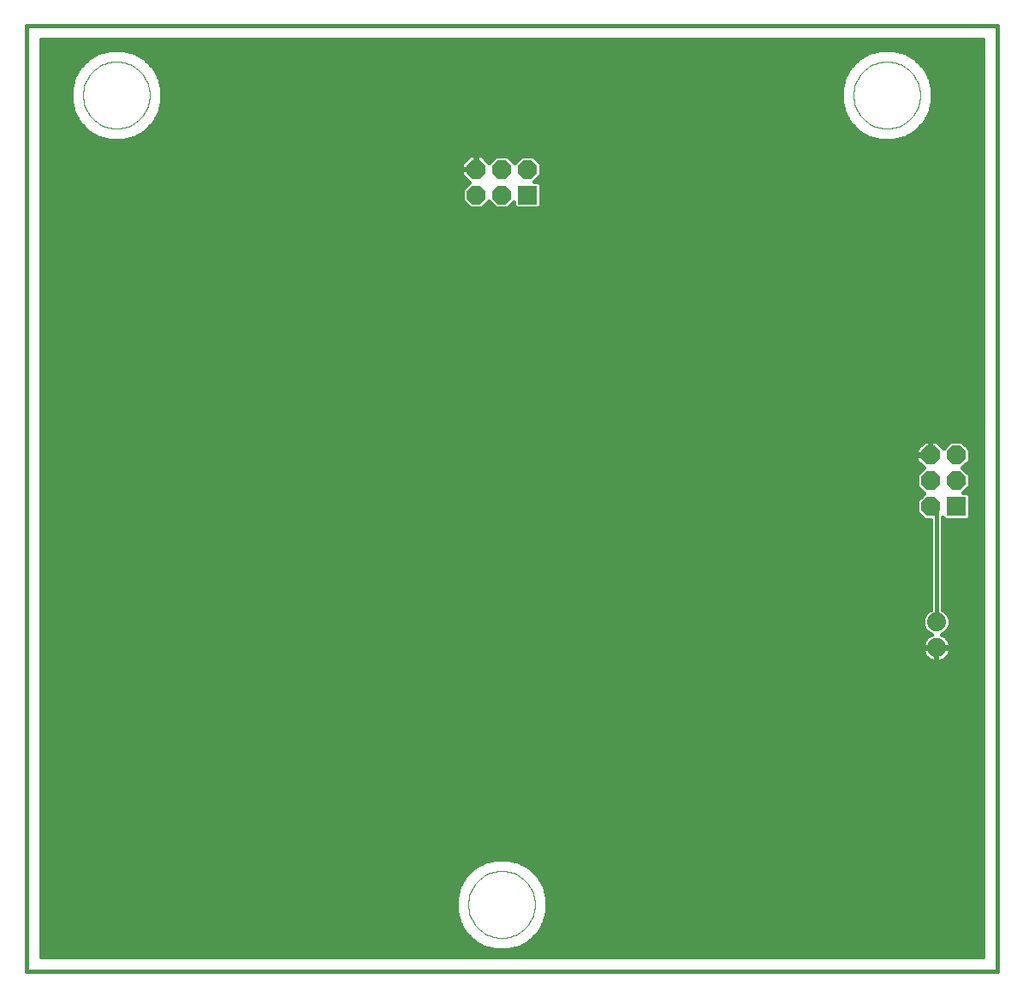
<source format=gtl>
G75*
%MOIN*%
%OFA0B0*%
%FSLAX24Y24*%
%IPPOS*%
%LPD*%
%AMOC8*
5,1,8,0,0,1.08239X$1,22.5*
%
%ADD10C,0.0160*%
%ADD11C,0.0000*%
%ADD12R,0.0740X0.0740*%
%ADD13OC8,0.0740*%
%ADD14C,0.0740*%
%ADD15C,0.0475*%
D10*
X000574Y000377D02*
X000574Y037188D01*
X038369Y037188D01*
X038369Y000377D01*
X000574Y000377D01*
X001134Y000937D02*
X001134Y036628D01*
X037809Y036628D01*
X037809Y000937D01*
X001134Y000937D01*
X001134Y001095D02*
X037809Y001095D01*
X037809Y001254D02*
X019527Y001254D01*
X019312Y001196D02*
X019764Y001317D01*
X020170Y001552D01*
X020501Y001883D01*
X020736Y002289D01*
X020857Y002741D01*
X020857Y003210D01*
X020736Y003662D01*
X020501Y004068D01*
X020170Y004399D01*
X019764Y004633D01*
X019312Y004754D01*
X018843Y004754D01*
X018391Y004633D01*
X017985Y004399D01*
X017654Y004068D01*
X017420Y003662D01*
X017298Y003210D01*
X017298Y002741D01*
X017420Y002289D01*
X017654Y001883D01*
X017985Y001552D01*
X018391Y001317D01*
X018843Y001196D01*
X019312Y001196D01*
X019929Y001412D02*
X037809Y001412D01*
X037809Y001571D02*
X020189Y001571D01*
X020348Y001729D02*
X037809Y001729D01*
X037809Y001888D02*
X020504Y001888D01*
X020596Y002046D02*
X037809Y002046D01*
X037809Y002205D02*
X020687Y002205D01*
X020756Y002363D02*
X037809Y002363D01*
X037809Y002522D02*
X020798Y002522D01*
X020841Y002680D02*
X037809Y002680D01*
X037809Y002839D02*
X020857Y002839D01*
X020857Y002997D02*
X037809Y002997D01*
X037809Y003156D02*
X020857Y003156D01*
X020829Y003314D02*
X037809Y003314D01*
X037809Y003473D02*
X020786Y003473D01*
X020744Y003631D02*
X037809Y003631D01*
X037809Y003790D02*
X020662Y003790D01*
X020570Y003948D02*
X037809Y003948D01*
X037809Y004107D02*
X020462Y004107D01*
X020304Y004265D02*
X037809Y004265D01*
X037809Y004424D02*
X020127Y004424D01*
X019853Y004582D02*
X037809Y004582D01*
X037809Y004741D02*
X019363Y004741D01*
X018792Y004741D02*
X001134Y004741D01*
X001134Y004899D02*
X037809Y004899D01*
X037809Y005058D02*
X001134Y005058D01*
X001134Y005216D02*
X037809Y005216D01*
X037809Y005375D02*
X001134Y005375D01*
X001134Y005533D02*
X037809Y005533D01*
X037809Y005692D02*
X001134Y005692D01*
X001134Y005850D02*
X037809Y005850D01*
X037809Y006009D02*
X001134Y006009D01*
X001134Y006167D02*
X037809Y006167D01*
X037809Y006326D02*
X001134Y006326D01*
X001134Y006484D02*
X037809Y006484D01*
X037809Y006643D02*
X001134Y006643D01*
X001134Y006801D02*
X037809Y006801D01*
X037809Y006960D02*
X001134Y006960D01*
X001134Y007118D02*
X037809Y007118D01*
X037809Y007277D02*
X001134Y007277D01*
X001134Y007435D02*
X037809Y007435D01*
X037809Y007594D02*
X001134Y007594D01*
X001134Y007752D02*
X037809Y007752D01*
X037809Y007911D02*
X001134Y007911D01*
X001134Y008069D02*
X037809Y008069D01*
X037809Y008228D02*
X001134Y008228D01*
X001134Y008386D02*
X037809Y008386D01*
X037809Y008545D02*
X001134Y008545D01*
X001134Y008703D02*
X037809Y008703D01*
X037809Y008862D02*
X001134Y008862D01*
X001134Y009020D02*
X037809Y009020D01*
X037809Y009179D02*
X001134Y009179D01*
X001134Y009337D02*
X037809Y009337D01*
X037809Y009496D02*
X001134Y009496D01*
X001134Y009654D02*
X037809Y009654D01*
X037809Y009813D02*
X001134Y009813D01*
X001134Y009971D02*
X037809Y009971D01*
X037809Y010130D02*
X001134Y010130D01*
X001134Y010288D02*
X037809Y010288D01*
X037809Y010447D02*
X001134Y010447D01*
X001134Y010605D02*
X037809Y010605D01*
X037809Y010764D02*
X001134Y010764D01*
X001134Y010922D02*
X037809Y010922D01*
X037809Y011081D02*
X001134Y011081D01*
X001134Y011239D02*
X037809Y011239D01*
X037809Y011398D02*
X001134Y011398D01*
X001134Y011556D02*
X037809Y011556D01*
X037809Y011715D02*
X001134Y011715D01*
X001134Y011873D02*
X037809Y011873D01*
X037809Y012032D02*
X001134Y012032D01*
X001134Y012190D02*
X037809Y012190D01*
X037809Y012349D02*
X001134Y012349D01*
X001134Y012507D02*
X035715Y012507D01*
X035719Y012505D02*
X035796Y012466D01*
X035878Y012439D01*
X035963Y012425D01*
X035987Y012425D01*
X035987Y012955D01*
X036027Y012955D01*
X036027Y012995D01*
X036557Y012995D01*
X036557Y013019D01*
X036543Y013104D01*
X036516Y013186D01*
X036477Y013264D01*
X036426Y013334D01*
X036365Y013395D01*
X036295Y013446D01*
X036218Y013485D01*
X036212Y013487D01*
X036307Y013526D01*
X036456Y013675D01*
X036537Y013870D01*
X036537Y014081D01*
X036456Y014275D01*
X036307Y014425D01*
X036247Y014450D01*
X036247Y018029D01*
X036334Y017941D01*
X037207Y017941D01*
X037301Y018035D01*
X037301Y018908D01*
X037207Y019001D01*
X037050Y019001D01*
X037301Y019252D01*
X037301Y019691D01*
X037020Y019971D01*
X037301Y020252D01*
X037301Y020691D01*
X036990Y021001D01*
X036551Y021001D01*
X036285Y020735D01*
X035998Y021021D01*
X035791Y021021D01*
X035791Y020491D01*
X035751Y020491D01*
X035751Y020451D01*
X035221Y020451D01*
X035221Y020244D01*
X035507Y019957D01*
X035241Y019691D01*
X035241Y019252D01*
X035521Y018971D01*
X035241Y018691D01*
X035241Y018252D01*
X035551Y017941D01*
X035767Y017941D01*
X035767Y014450D01*
X035707Y014425D01*
X035557Y014275D01*
X035477Y014081D01*
X035477Y013870D01*
X035557Y013675D01*
X035707Y013526D01*
X035801Y013487D01*
X035796Y013485D01*
X035719Y013446D01*
X035648Y013395D01*
X035587Y013334D01*
X035536Y013264D01*
X035497Y013186D01*
X035470Y013104D01*
X035457Y013019D01*
X035457Y012995D01*
X035987Y012995D01*
X035987Y012955D01*
X035457Y012955D01*
X035457Y012932D01*
X035470Y012846D01*
X035497Y012764D01*
X035536Y012687D01*
X035587Y012617D01*
X035648Y012556D01*
X035719Y012505D01*
X035552Y012666D02*
X001134Y012666D01*
X001134Y012824D02*
X035478Y012824D01*
X035482Y013141D02*
X001134Y013141D01*
X001134Y012983D02*
X035987Y012983D01*
X036027Y012983D02*
X037809Y012983D01*
X037809Y013141D02*
X036531Y013141D01*
X036451Y013300D02*
X037809Y013300D01*
X037809Y013458D02*
X036270Y013458D01*
X036398Y013617D02*
X037809Y013617D01*
X037809Y013775D02*
X036498Y013775D01*
X036537Y013934D02*
X037809Y013934D01*
X037809Y014092D02*
X036532Y014092D01*
X036466Y014251D02*
X037809Y014251D01*
X037809Y014409D02*
X036322Y014409D01*
X036247Y014568D02*
X037809Y014568D01*
X037809Y014726D02*
X036247Y014726D01*
X036247Y014885D02*
X037809Y014885D01*
X037809Y015043D02*
X036247Y015043D01*
X036247Y015202D02*
X037809Y015202D01*
X037809Y015360D02*
X036247Y015360D01*
X036247Y015519D02*
X037809Y015519D01*
X037809Y015677D02*
X036247Y015677D01*
X036247Y015836D02*
X037809Y015836D01*
X037809Y015994D02*
X036247Y015994D01*
X036247Y016153D02*
X037809Y016153D01*
X037809Y016311D02*
X036247Y016311D01*
X036247Y016470D02*
X037809Y016470D01*
X037809Y016628D02*
X036247Y016628D01*
X036247Y016787D02*
X037809Y016787D01*
X037809Y016945D02*
X036247Y016945D01*
X036247Y017104D02*
X037809Y017104D01*
X037809Y017262D02*
X036247Y017262D01*
X036247Y017421D02*
X037809Y017421D01*
X037809Y017579D02*
X036247Y017579D01*
X036247Y017738D02*
X037809Y017738D01*
X037809Y017896D02*
X036247Y017896D01*
X036007Y018235D02*
X035771Y018471D01*
X036007Y018235D02*
X036007Y013975D01*
X035516Y013775D02*
X001134Y013775D01*
X001134Y013617D02*
X035616Y013617D01*
X035743Y013458D02*
X001134Y013458D01*
X001134Y013300D02*
X035563Y013300D01*
X036027Y012955D02*
X036027Y012425D01*
X036050Y012425D01*
X036136Y012439D01*
X036218Y012466D01*
X036295Y012505D01*
X036365Y012556D01*
X036426Y012617D01*
X036477Y012687D01*
X036516Y012764D01*
X036543Y012846D01*
X036557Y012932D01*
X036557Y012955D01*
X036027Y012955D01*
X036027Y012824D02*
X035987Y012824D01*
X035987Y012666D02*
X036027Y012666D01*
X036027Y012507D02*
X035987Y012507D01*
X036298Y012507D02*
X037809Y012507D01*
X037809Y012666D02*
X036462Y012666D01*
X036536Y012824D02*
X037809Y012824D01*
X035477Y013934D02*
X001134Y013934D01*
X001134Y014092D02*
X035482Y014092D01*
X035547Y014251D02*
X001134Y014251D01*
X001134Y014409D02*
X035691Y014409D01*
X035767Y014568D02*
X001134Y014568D01*
X001134Y014726D02*
X035767Y014726D01*
X035767Y014885D02*
X001134Y014885D01*
X001134Y015043D02*
X035767Y015043D01*
X035767Y015202D02*
X001134Y015202D01*
X001134Y015360D02*
X035767Y015360D01*
X035767Y015519D02*
X001134Y015519D01*
X001134Y015677D02*
X035767Y015677D01*
X035767Y015836D02*
X001134Y015836D01*
X001134Y015994D02*
X035767Y015994D01*
X035767Y016153D02*
X001134Y016153D01*
X001134Y016311D02*
X035767Y016311D01*
X035767Y016470D02*
X001134Y016470D01*
X001134Y016628D02*
X035767Y016628D01*
X035767Y016787D02*
X001134Y016787D01*
X001134Y016945D02*
X035767Y016945D01*
X035767Y017104D02*
X001134Y017104D01*
X001134Y017262D02*
X035767Y017262D01*
X035767Y017421D02*
X001134Y017421D01*
X001134Y017579D02*
X035767Y017579D01*
X035767Y017738D02*
X001134Y017738D01*
X001134Y017896D02*
X035767Y017896D01*
X035438Y018055D02*
X001134Y018055D01*
X001134Y018213D02*
X035279Y018213D01*
X035241Y018372D02*
X001134Y018372D01*
X001134Y018530D02*
X035241Y018530D01*
X035241Y018689D02*
X001134Y018689D01*
X001134Y018847D02*
X035397Y018847D01*
X035487Y019006D02*
X001134Y019006D01*
X001134Y019164D02*
X035328Y019164D01*
X035241Y019323D02*
X001134Y019323D01*
X001134Y019481D02*
X035241Y019481D01*
X035241Y019640D02*
X001134Y019640D01*
X001134Y019798D02*
X035348Y019798D01*
X035507Y019957D02*
X001134Y019957D01*
X001134Y020115D02*
X035349Y020115D01*
X035221Y020274D02*
X001134Y020274D01*
X001134Y020432D02*
X035221Y020432D01*
X035221Y020491D02*
X035751Y020491D01*
X035751Y021021D01*
X035543Y021021D01*
X035221Y020699D01*
X035221Y020491D01*
X035221Y020591D02*
X001134Y020591D01*
X001134Y020749D02*
X035271Y020749D01*
X035429Y020908D02*
X001134Y020908D01*
X001134Y021066D02*
X037809Y021066D01*
X037809Y020908D02*
X037084Y020908D01*
X037242Y020749D02*
X037809Y020749D01*
X037809Y020591D02*
X037301Y020591D01*
X037301Y020432D02*
X037809Y020432D01*
X037809Y020274D02*
X037301Y020274D01*
X037164Y020115D02*
X037809Y020115D01*
X037809Y019957D02*
X037035Y019957D01*
X037193Y019798D02*
X037809Y019798D01*
X037809Y019640D02*
X037301Y019640D01*
X037301Y019481D02*
X037809Y019481D01*
X037809Y019323D02*
X037301Y019323D01*
X037213Y019164D02*
X037809Y019164D01*
X037809Y019006D02*
X037055Y019006D01*
X037301Y018847D02*
X037809Y018847D01*
X037809Y018689D02*
X037301Y018689D01*
X037301Y018530D02*
X037809Y018530D01*
X037809Y018372D02*
X037301Y018372D01*
X037301Y018213D02*
X037809Y018213D01*
X037809Y018055D02*
X037301Y018055D01*
X036299Y020749D02*
X036270Y020749D01*
X036112Y020908D02*
X036458Y020908D01*
X035791Y020908D02*
X035751Y020908D01*
X035751Y020749D02*
X035791Y020749D01*
X035791Y020591D02*
X035751Y020591D01*
X037809Y021225D02*
X001134Y021225D01*
X001134Y021383D02*
X037809Y021383D01*
X037809Y021542D02*
X001134Y021542D01*
X001134Y021700D02*
X037809Y021700D01*
X037809Y021859D02*
X001134Y021859D01*
X001134Y022017D02*
X037809Y022017D01*
X037809Y022176D02*
X001134Y022176D01*
X001134Y022334D02*
X037809Y022334D01*
X037809Y022493D02*
X001134Y022493D01*
X001134Y022651D02*
X037809Y022651D01*
X037809Y022810D02*
X001134Y022810D01*
X001134Y022968D02*
X037809Y022968D01*
X037809Y023127D02*
X001134Y023127D01*
X001134Y023285D02*
X037809Y023285D01*
X037809Y023444D02*
X001134Y023444D01*
X001134Y023602D02*
X037809Y023602D01*
X037809Y023761D02*
X001134Y023761D01*
X001134Y023919D02*
X037809Y023919D01*
X037809Y024078D02*
X001134Y024078D01*
X001134Y024236D02*
X037809Y024236D01*
X037809Y024395D02*
X001134Y024395D01*
X001134Y024553D02*
X037809Y024553D01*
X037809Y024712D02*
X001134Y024712D01*
X001134Y024870D02*
X037809Y024870D01*
X037809Y025029D02*
X001134Y025029D01*
X001134Y025187D02*
X037809Y025187D01*
X037809Y025346D02*
X001134Y025346D01*
X001134Y025504D02*
X037809Y025504D01*
X037809Y025663D02*
X001134Y025663D01*
X001134Y025821D02*
X037809Y025821D01*
X037809Y025980D02*
X001134Y025980D01*
X001134Y026138D02*
X037809Y026138D01*
X037809Y026297D02*
X001134Y026297D01*
X001134Y026455D02*
X037809Y026455D01*
X037809Y026614D02*
X001134Y026614D01*
X001134Y026772D02*
X037809Y026772D01*
X037809Y026931D02*
X001134Y026931D01*
X001134Y027089D02*
X037809Y027089D01*
X037809Y027248D02*
X001134Y027248D01*
X001134Y027406D02*
X037809Y027406D01*
X037809Y027565D02*
X001134Y027565D01*
X001134Y027723D02*
X037809Y027723D01*
X037809Y027882D02*
X001134Y027882D01*
X001134Y028040D02*
X037809Y028040D01*
X037809Y028199D02*
X001134Y028199D01*
X001134Y028357D02*
X037809Y028357D01*
X037809Y028516D02*
X001134Y028516D01*
X001134Y028674D02*
X037809Y028674D01*
X037809Y028833D02*
X001134Y028833D01*
X001134Y028991D02*
X037809Y028991D01*
X037809Y029150D02*
X001134Y029150D01*
X001134Y029308D02*
X037809Y029308D01*
X037809Y029467D02*
X001134Y029467D01*
X001134Y029625D02*
X037809Y029625D01*
X037809Y029784D02*
X001134Y029784D01*
X001134Y029942D02*
X037809Y029942D01*
X037809Y030101D02*
X020559Y030101D01*
X020514Y030056D02*
X020608Y030149D01*
X020608Y031022D01*
X020514Y031116D01*
X020357Y031116D01*
X020608Y031366D01*
X020608Y031805D01*
X020297Y032116D01*
X019858Y032116D01*
X019578Y031835D01*
X019297Y032116D01*
X018858Y032116D01*
X018592Y031849D01*
X018305Y032136D01*
X018098Y032136D01*
X018098Y031606D01*
X018058Y031606D01*
X018058Y032136D01*
X017850Y032136D01*
X017528Y031813D01*
X017528Y031606D01*
X018058Y031606D01*
X018058Y031566D01*
X017528Y031566D01*
X017528Y031358D01*
X017814Y031071D01*
X017548Y030805D01*
X017548Y030366D01*
X017858Y030056D01*
X018297Y030056D01*
X018578Y030336D01*
X018858Y030056D01*
X019297Y030056D01*
X019548Y030306D01*
X019548Y030149D01*
X019641Y030056D01*
X020514Y030056D01*
X020608Y030259D02*
X037809Y030259D01*
X037809Y030418D02*
X020608Y030418D01*
X020608Y030576D02*
X037809Y030576D01*
X037809Y030735D02*
X020608Y030735D01*
X020608Y030893D02*
X037809Y030893D01*
X037809Y031052D02*
X020578Y031052D01*
X020452Y031210D02*
X037809Y031210D01*
X037809Y031369D02*
X020608Y031369D01*
X020608Y031527D02*
X037809Y031527D01*
X037809Y031686D02*
X020608Y031686D01*
X020568Y031844D02*
X037809Y031844D01*
X037809Y032003D02*
X020410Y032003D01*
X019745Y032003D02*
X019410Y032003D01*
X019568Y031844D02*
X019587Y031844D01*
X018745Y032003D02*
X018438Y032003D01*
X018098Y032003D02*
X018058Y032003D01*
X018058Y031844D02*
X018098Y031844D01*
X018098Y031686D02*
X018058Y031686D01*
X017717Y032003D02*
X001134Y032003D01*
X001134Y032161D02*
X037809Y032161D01*
X037809Y032320D02*
X001134Y032320D01*
X001134Y032478D02*
X037809Y032478D01*
X037809Y032637D02*
X001134Y032637D01*
X001134Y032795D02*
X003458Y032795D01*
X003391Y032813D02*
X003843Y032692D01*
X004312Y032692D01*
X004764Y032813D01*
X005170Y033048D01*
X005501Y033379D01*
X005736Y033785D01*
X005857Y034237D01*
X005857Y034706D01*
X005736Y035158D01*
X005501Y035564D01*
X005170Y035895D01*
X004764Y036129D01*
X004312Y036251D01*
X003843Y036251D01*
X003391Y036129D01*
X002985Y035895D01*
X002654Y035564D01*
X002420Y035158D01*
X002298Y034706D01*
X002298Y034237D01*
X002420Y033785D01*
X002654Y033379D01*
X002985Y033048D01*
X003391Y032813D01*
X003148Y032954D02*
X001134Y032954D01*
X001134Y033112D02*
X002920Y033112D01*
X002762Y033271D02*
X001134Y033271D01*
X001134Y033429D02*
X002625Y033429D01*
X002533Y033588D02*
X001134Y033588D01*
X001134Y033746D02*
X002442Y033746D01*
X002387Y033905D02*
X001134Y033905D01*
X001134Y034063D02*
X002345Y034063D01*
X002303Y034222D02*
X001134Y034222D01*
X001134Y034380D02*
X002298Y034380D01*
X002298Y034539D02*
X001134Y034539D01*
X001134Y034697D02*
X002298Y034697D01*
X002339Y034856D02*
X001134Y034856D01*
X001134Y035014D02*
X002381Y035014D01*
X002428Y035173D02*
X001134Y035173D01*
X001134Y035331D02*
X002520Y035331D01*
X002611Y035490D02*
X001134Y035490D01*
X001134Y035648D02*
X002738Y035648D01*
X002897Y035807D02*
X001134Y035807D01*
X001134Y035965D02*
X003107Y035965D01*
X003381Y036124D02*
X001134Y036124D01*
X001134Y036282D02*
X037809Y036282D01*
X037809Y036124D02*
X034774Y036124D01*
X034764Y036129D02*
X034312Y036251D01*
X033843Y036251D01*
X033391Y036129D01*
X032985Y035895D01*
X032654Y035564D01*
X032420Y035158D01*
X032298Y034706D01*
X032298Y034237D01*
X032420Y033785D01*
X032654Y033379D01*
X032985Y033048D01*
X033391Y032813D01*
X033843Y032692D01*
X034312Y032692D01*
X034764Y032813D01*
X035170Y033048D01*
X035501Y033379D01*
X035736Y033785D01*
X035857Y034237D01*
X035857Y034706D01*
X035736Y035158D01*
X035501Y035564D01*
X035170Y035895D01*
X034764Y036129D01*
X035048Y035965D02*
X037809Y035965D01*
X037809Y035807D02*
X035258Y035807D01*
X035417Y035648D02*
X037809Y035648D01*
X037809Y035490D02*
X035544Y035490D01*
X035636Y035331D02*
X037809Y035331D01*
X037809Y035173D02*
X035727Y035173D01*
X035774Y035014D02*
X037809Y035014D01*
X037809Y034856D02*
X035817Y034856D01*
X035857Y034697D02*
X037809Y034697D01*
X037809Y034539D02*
X035857Y034539D01*
X035857Y034380D02*
X037809Y034380D01*
X037809Y034222D02*
X035853Y034222D01*
X035810Y034063D02*
X037809Y034063D01*
X037809Y033905D02*
X035768Y033905D01*
X035714Y033746D02*
X037809Y033746D01*
X037809Y033588D02*
X035622Y033588D01*
X035531Y033429D02*
X037809Y033429D01*
X037809Y033271D02*
X035393Y033271D01*
X035235Y033112D02*
X037809Y033112D01*
X037809Y032954D02*
X035008Y032954D01*
X034697Y032795D02*
X037809Y032795D01*
X037809Y036441D02*
X001134Y036441D01*
X001134Y036599D02*
X037809Y036599D01*
X033381Y036124D02*
X004774Y036124D01*
X005048Y035965D02*
X033107Y035965D01*
X032897Y035807D02*
X005258Y035807D01*
X005417Y035648D02*
X032738Y035648D01*
X032611Y035490D02*
X005544Y035490D01*
X005636Y035331D02*
X032520Y035331D01*
X032428Y035173D02*
X005727Y035173D01*
X005774Y035014D02*
X032381Y035014D01*
X032339Y034856D02*
X005817Y034856D01*
X005857Y034697D02*
X032298Y034697D01*
X032298Y034539D02*
X005857Y034539D01*
X005857Y034380D02*
X032298Y034380D01*
X032303Y034222D02*
X005853Y034222D01*
X005810Y034063D02*
X032345Y034063D01*
X032387Y033905D02*
X005768Y033905D01*
X005714Y033746D02*
X032442Y033746D01*
X032533Y033588D02*
X005622Y033588D01*
X005531Y033429D02*
X032625Y033429D01*
X032762Y033271D02*
X005393Y033271D01*
X005235Y033112D02*
X032920Y033112D01*
X033148Y032954D02*
X005008Y032954D01*
X004697Y032795D02*
X033458Y032795D01*
X019596Y030101D02*
X019343Y030101D01*
X019501Y030259D02*
X019548Y030259D01*
X018813Y030101D02*
X018343Y030101D01*
X018501Y030259D02*
X018654Y030259D01*
X017813Y030101D02*
X001134Y030101D01*
X001134Y030259D02*
X017654Y030259D01*
X017548Y030418D02*
X001134Y030418D01*
X001134Y030576D02*
X017548Y030576D01*
X017548Y030735D02*
X001134Y030735D01*
X001134Y030893D02*
X017636Y030893D01*
X017794Y031052D02*
X001134Y031052D01*
X001134Y031210D02*
X017675Y031210D01*
X017528Y031369D02*
X001134Y031369D01*
X001134Y031527D02*
X017528Y031527D01*
X017528Y031686D02*
X001134Y031686D01*
X001134Y031844D02*
X017559Y031844D01*
X018303Y004582D02*
X001134Y004582D01*
X001134Y004424D02*
X018028Y004424D01*
X017851Y004265D02*
X001134Y004265D01*
X001134Y004107D02*
X017693Y004107D01*
X017585Y003948D02*
X001134Y003948D01*
X001134Y003790D02*
X017493Y003790D01*
X017411Y003631D02*
X001134Y003631D01*
X001134Y003473D02*
X017369Y003473D01*
X017327Y003314D02*
X001134Y003314D01*
X001134Y003156D02*
X017298Y003156D01*
X017298Y002997D02*
X001134Y002997D01*
X001134Y002839D02*
X017298Y002839D01*
X017315Y002680D02*
X001134Y002680D01*
X001134Y002522D02*
X017357Y002522D01*
X017400Y002363D02*
X001134Y002363D01*
X001134Y002205D02*
X017468Y002205D01*
X017560Y002046D02*
X001134Y002046D01*
X001134Y001888D02*
X017651Y001888D01*
X017807Y001729D02*
X001134Y001729D01*
X001134Y001571D02*
X017966Y001571D01*
X018226Y001412D02*
X001134Y001412D01*
X001134Y001254D02*
X018628Y001254D01*
D11*
X017779Y002975D02*
X017781Y003047D01*
X017787Y003118D01*
X017797Y003189D01*
X017810Y003259D01*
X017828Y003328D01*
X017849Y003397D01*
X017874Y003464D01*
X017903Y003529D01*
X017936Y003593D01*
X017971Y003655D01*
X018011Y003715D01*
X018053Y003773D01*
X018098Y003828D01*
X018147Y003881D01*
X018198Y003931D01*
X018252Y003978D01*
X018309Y004022D01*
X018368Y004062D01*
X018428Y004100D01*
X018491Y004134D01*
X018556Y004165D01*
X018623Y004192D01*
X018690Y004215D01*
X018759Y004234D01*
X018829Y004250D01*
X018900Y004262D01*
X018971Y004270D01*
X019042Y004274D01*
X019114Y004274D01*
X019185Y004270D01*
X019256Y004262D01*
X019327Y004250D01*
X019397Y004234D01*
X019466Y004215D01*
X019533Y004192D01*
X019600Y004165D01*
X019665Y004134D01*
X019727Y004100D01*
X019788Y004062D01*
X019847Y004022D01*
X019904Y003978D01*
X019958Y003931D01*
X020009Y003881D01*
X020058Y003828D01*
X020103Y003773D01*
X020145Y003715D01*
X020185Y003655D01*
X020220Y003593D01*
X020253Y003529D01*
X020282Y003464D01*
X020307Y003397D01*
X020328Y003328D01*
X020346Y003259D01*
X020359Y003189D01*
X020369Y003118D01*
X020375Y003047D01*
X020377Y002975D01*
X020375Y002903D01*
X020369Y002832D01*
X020359Y002761D01*
X020346Y002691D01*
X020328Y002622D01*
X020307Y002553D01*
X020282Y002486D01*
X020253Y002421D01*
X020220Y002357D01*
X020185Y002295D01*
X020145Y002235D01*
X020103Y002177D01*
X020058Y002122D01*
X020009Y002069D01*
X019958Y002019D01*
X019904Y001972D01*
X019847Y001928D01*
X019788Y001888D01*
X019728Y001850D01*
X019665Y001816D01*
X019600Y001785D01*
X019533Y001758D01*
X019466Y001735D01*
X019397Y001716D01*
X019327Y001700D01*
X019256Y001688D01*
X019185Y001680D01*
X019114Y001676D01*
X019042Y001676D01*
X018971Y001680D01*
X018900Y001688D01*
X018829Y001700D01*
X018759Y001716D01*
X018690Y001735D01*
X018623Y001758D01*
X018556Y001785D01*
X018491Y001816D01*
X018428Y001850D01*
X018368Y001888D01*
X018309Y001928D01*
X018252Y001972D01*
X018198Y002019D01*
X018147Y002069D01*
X018098Y002122D01*
X018053Y002177D01*
X018011Y002235D01*
X017971Y002295D01*
X017936Y002357D01*
X017903Y002421D01*
X017874Y002486D01*
X017849Y002553D01*
X017828Y002622D01*
X017810Y002691D01*
X017797Y002761D01*
X017787Y002832D01*
X017781Y002903D01*
X017779Y002975D01*
X002779Y034471D02*
X002781Y034543D01*
X002787Y034614D01*
X002797Y034685D01*
X002810Y034755D01*
X002828Y034824D01*
X002849Y034893D01*
X002874Y034960D01*
X002903Y035025D01*
X002936Y035089D01*
X002971Y035151D01*
X003011Y035211D01*
X003053Y035269D01*
X003098Y035324D01*
X003147Y035377D01*
X003198Y035427D01*
X003252Y035474D01*
X003309Y035518D01*
X003368Y035558D01*
X003428Y035596D01*
X003491Y035630D01*
X003556Y035661D01*
X003623Y035688D01*
X003690Y035711D01*
X003759Y035730D01*
X003829Y035746D01*
X003900Y035758D01*
X003971Y035766D01*
X004042Y035770D01*
X004114Y035770D01*
X004185Y035766D01*
X004256Y035758D01*
X004327Y035746D01*
X004397Y035730D01*
X004466Y035711D01*
X004533Y035688D01*
X004600Y035661D01*
X004665Y035630D01*
X004727Y035596D01*
X004788Y035558D01*
X004847Y035518D01*
X004904Y035474D01*
X004958Y035427D01*
X005009Y035377D01*
X005058Y035324D01*
X005103Y035269D01*
X005145Y035211D01*
X005185Y035151D01*
X005220Y035089D01*
X005253Y035025D01*
X005282Y034960D01*
X005307Y034893D01*
X005328Y034824D01*
X005346Y034755D01*
X005359Y034685D01*
X005369Y034614D01*
X005375Y034543D01*
X005377Y034471D01*
X005375Y034399D01*
X005369Y034328D01*
X005359Y034257D01*
X005346Y034187D01*
X005328Y034118D01*
X005307Y034049D01*
X005282Y033982D01*
X005253Y033917D01*
X005220Y033853D01*
X005185Y033791D01*
X005145Y033731D01*
X005103Y033673D01*
X005058Y033618D01*
X005009Y033565D01*
X004958Y033515D01*
X004904Y033468D01*
X004847Y033424D01*
X004788Y033384D01*
X004728Y033346D01*
X004665Y033312D01*
X004600Y033281D01*
X004533Y033254D01*
X004466Y033231D01*
X004397Y033212D01*
X004327Y033196D01*
X004256Y033184D01*
X004185Y033176D01*
X004114Y033172D01*
X004042Y033172D01*
X003971Y033176D01*
X003900Y033184D01*
X003829Y033196D01*
X003759Y033212D01*
X003690Y033231D01*
X003623Y033254D01*
X003556Y033281D01*
X003491Y033312D01*
X003428Y033346D01*
X003368Y033384D01*
X003309Y033424D01*
X003252Y033468D01*
X003198Y033515D01*
X003147Y033565D01*
X003098Y033618D01*
X003053Y033673D01*
X003011Y033731D01*
X002971Y033791D01*
X002936Y033853D01*
X002903Y033917D01*
X002874Y033982D01*
X002849Y034049D01*
X002828Y034118D01*
X002810Y034187D01*
X002797Y034257D01*
X002787Y034328D01*
X002781Y034399D01*
X002779Y034471D01*
X032779Y034471D02*
X032781Y034543D01*
X032787Y034614D01*
X032797Y034685D01*
X032810Y034755D01*
X032828Y034824D01*
X032849Y034893D01*
X032874Y034960D01*
X032903Y035025D01*
X032936Y035089D01*
X032971Y035151D01*
X033011Y035211D01*
X033053Y035269D01*
X033098Y035324D01*
X033147Y035377D01*
X033198Y035427D01*
X033252Y035474D01*
X033309Y035518D01*
X033368Y035558D01*
X033428Y035596D01*
X033491Y035630D01*
X033556Y035661D01*
X033623Y035688D01*
X033690Y035711D01*
X033759Y035730D01*
X033829Y035746D01*
X033900Y035758D01*
X033971Y035766D01*
X034042Y035770D01*
X034114Y035770D01*
X034185Y035766D01*
X034256Y035758D01*
X034327Y035746D01*
X034397Y035730D01*
X034466Y035711D01*
X034533Y035688D01*
X034600Y035661D01*
X034665Y035630D01*
X034727Y035596D01*
X034788Y035558D01*
X034847Y035518D01*
X034904Y035474D01*
X034958Y035427D01*
X035009Y035377D01*
X035058Y035324D01*
X035103Y035269D01*
X035145Y035211D01*
X035185Y035151D01*
X035220Y035089D01*
X035253Y035025D01*
X035282Y034960D01*
X035307Y034893D01*
X035328Y034824D01*
X035346Y034755D01*
X035359Y034685D01*
X035369Y034614D01*
X035375Y034543D01*
X035377Y034471D01*
X035375Y034399D01*
X035369Y034328D01*
X035359Y034257D01*
X035346Y034187D01*
X035328Y034118D01*
X035307Y034049D01*
X035282Y033982D01*
X035253Y033917D01*
X035220Y033853D01*
X035185Y033791D01*
X035145Y033731D01*
X035103Y033673D01*
X035058Y033618D01*
X035009Y033565D01*
X034958Y033515D01*
X034904Y033468D01*
X034847Y033424D01*
X034788Y033384D01*
X034728Y033346D01*
X034665Y033312D01*
X034600Y033281D01*
X034533Y033254D01*
X034466Y033231D01*
X034397Y033212D01*
X034327Y033196D01*
X034256Y033184D01*
X034185Y033176D01*
X034114Y033172D01*
X034042Y033172D01*
X033971Y033176D01*
X033900Y033184D01*
X033829Y033196D01*
X033759Y033212D01*
X033690Y033231D01*
X033623Y033254D01*
X033556Y033281D01*
X033491Y033312D01*
X033428Y033346D01*
X033368Y033384D01*
X033309Y033424D01*
X033252Y033468D01*
X033198Y033515D01*
X033147Y033565D01*
X033098Y033618D01*
X033053Y033673D01*
X033011Y033731D01*
X032971Y033791D01*
X032936Y033853D01*
X032903Y033917D01*
X032874Y033982D01*
X032849Y034049D01*
X032828Y034118D01*
X032810Y034187D01*
X032797Y034257D01*
X032787Y034328D01*
X032781Y034399D01*
X032779Y034471D01*
D12*
X020078Y030586D03*
X036771Y018471D03*
D13*
X036771Y019471D03*
X036771Y020471D03*
X035771Y020471D03*
X035771Y019471D03*
X035771Y018471D03*
X020078Y031586D03*
X019078Y031586D03*
X018078Y031586D03*
X018078Y030586D03*
X019078Y030586D03*
D14*
X036007Y013975D03*
X036007Y012975D03*
D15*
X030101Y008054D03*
X007857Y007660D03*
X008251Y029708D03*
X030692Y030101D03*
M02*

</source>
